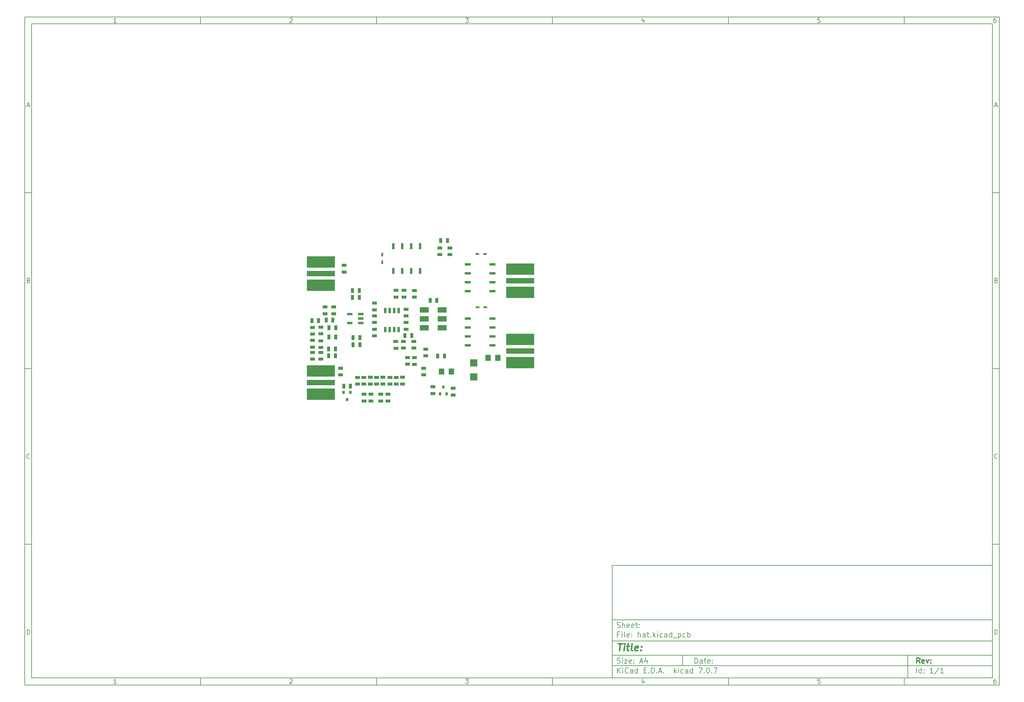
<source format=gtp>
%TF.GenerationSoftware,KiCad,Pcbnew,7.0.7*%
%TF.CreationDate,2023-12-26T13:29:34+01:00*%
%TF.ProjectId,hat,6861742e-6b69-4636-9164-5f7063625858,rev?*%
%TF.SameCoordinates,Original*%
%TF.FileFunction,Paste,Top*%
%TF.FilePolarity,Positive*%
%FSLAX46Y46*%
G04 Gerber Fmt 4.6, Leading zero omitted, Abs format (unit mm)*
G04 Created by KiCad (PCBNEW 7.0.7) date 2023-12-26 13:29:34*
%MOMM*%
%LPD*%
G01*
G04 APERTURE LIST*
%ADD10C,0.100000*%
%ADD11C,0.150000*%
%ADD12C,0.300000*%
%ADD13C,0.400000*%
%ADD14R,0.889000X1.397000*%
%ADD15R,1.397000X0.889000*%
%ADD16R,0.800000X0.900000*%
%ADD17R,8.000000X1.600000*%
%ADD18R,8.000000X3.300000*%
%ADD19R,2.100000X2.000000*%
%ADD20R,1.650000X0.760000*%
%ADD21R,0.599440X1.000760*%
%ADD22R,1.600000X1.800000*%
%ADD23R,1.000760X0.599440*%
%ADD24R,0.650000X1.528000*%
%ADD25R,2.540000X1.650000*%
%ADD26R,1.800000X0.800000*%
%ADD27R,0.800000X1.800000*%
G04 APERTURE END LIST*
D10*
D11*
X177002200Y-166007200D02*
X285002200Y-166007200D01*
X285002200Y-198007200D01*
X177002200Y-198007200D01*
X177002200Y-166007200D01*
D10*
D11*
X10000000Y-10000000D02*
X287002200Y-10000000D01*
X287002200Y-200007200D01*
X10000000Y-200007200D01*
X10000000Y-10000000D01*
D10*
D11*
X12000000Y-12000000D02*
X285002200Y-12000000D01*
X285002200Y-198007200D01*
X12000000Y-198007200D01*
X12000000Y-12000000D01*
D10*
D11*
X60000000Y-12000000D02*
X60000000Y-10000000D01*
D10*
D11*
X110000000Y-12000000D02*
X110000000Y-10000000D01*
D10*
D11*
X160000000Y-12000000D02*
X160000000Y-10000000D01*
D10*
D11*
X210000000Y-12000000D02*
X210000000Y-10000000D01*
D10*
D11*
X260000000Y-12000000D02*
X260000000Y-10000000D01*
D10*
D11*
X36089160Y-11593604D02*
X35346303Y-11593604D01*
X35717731Y-11593604D02*
X35717731Y-10293604D01*
X35717731Y-10293604D02*
X35593922Y-10479319D01*
X35593922Y-10479319D02*
X35470112Y-10603128D01*
X35470112Y-10603128D02*
X35346303Y-10665033D01*
D10*
D11*
X85346303Y-10417414D02*
X85408207Y-10355509D01*
X85408207Y-10355509D02*
X85532017Y-10293604D01*
X85532017Y-10293604D02*
X85841541Y-10293604D01*
X85841541Y-10293604D02*
X85965350Y-10355509D01*
X85965350Y-10355509D02*
X86027255Y-10417414D01*
X86027255Y-10417414D02*
X86089160Y-10541223D01*
X86089160Y-10541223D02*
X86089160Y-10665033D01*
X86089160Y-10665033D02*
X86027255Y-10850747D01*
X86027255Y-10850747D02*
X85284398Y-11593604D01*
X85284398Y-11593604D02*
X86089160Y-11593604D01*
D10*
D11*
X135284398Y-10293604D02*
X136089160Y-10293604D01*
X136089160Y-10293604D02*
X135655826Y-10788842D01*
X135655826Y-10788842D02*
X135841541Y-10788842D01*
X135841541Y-10788842D02*
X135965350Y-10850747D01*
X135965350Y-10850747D02*
X136027255Y-10912652D01*
X136027255Y-10912652D02*
X136089160Y-11036461D01*
X136089160Y-11036461D02*
X136089160Y-11345985D01*
X136089160Y-11345985D02*
X136027255Y-11469795D01*
X136027255Y-11469795D02*
X135965350Y-11531700D01*
X135965350Y-11531700D02*
X135841541Y-11593604D01*
X135841541Y-11593604D02*
X135470112Y-11593604D01*
X135470112Y-11593604D02*
X135346303Y-11531700D01*
X135346303Y-11531700D02*
X135284398Y-11469795D01*
D10*
D11*
X185965350Y-10726938D02*
X185965350Y-11593604D01*
X185655826Y-10231700D02*
X185346303Y-11160271D01*
X185346303Y-11160271D02*
X186151064Y-11160271D01*
D10*
D11*
X236027255Y-10293604D02*
X235408207Y-10293604D01*
X235408207Y-10293604D02*
X235346303Y-10912652D01*
X235346303Y-10912652D02*
X235408207Y-10850747D01*
X235408207Y-10850747D02*
X235532017Y-10788842D01*
X235532017Y-10788842D02*
X235841541Y-10788842D01*
X235841541Y-10788842D02*
X235965350Y-10850747D01*
X235965350Y-10850747D02*
X236027255Y-10912652D01*
X236027255Y-10912652D02*
X236089160Y-11036461D01*
X236089160Y-11036461D02*
X236089160Y-11345985D01*
X236089160Y-11345985D02*
X236027255Y-11469795D01*
X236027255Y-11469795D02*
X235965350Y-11531700D01*
X235965350Y-11531700D02*
X235841541Y-11593604D01*
X235841541Y-11593604D02*
X235532017Y-11593604D01*
X235532017Y-11593604D02*
X235408207Y-11531700D01*
X235408207Y-11531700D02*
X235346303Y-11469795D01*
D10*
D11*
X285965350Y-10293604D02*
X285717731Y-10293604D01*
X285717731Y-10293604D02*
X285593922Y-10355509D01*
X285593922Y-10355509D02*
X285532017Y-10417414D01*
X285532017Y-10417414D02*
X285408207Y-10603128D01*
X285408207Y-10603128D02*
X285346303Y-10850747D01*
X285346303Y-10850747D02*
X285346303Y-11345985D01*
X285346303Y-11345985D02*
X285408207Y-11469795D01*
X285408207Y-11469795D02*
X285470112Y-11531700D01*
X285470112Y-11531700D02*
X285593922Y-11593604D01*
X285593922Y-11593604D02*
X285841541Y-11593604D01*
X285841541Y-11593604D02*
X285965350Y-11531700D01*
X285965350Y-11531700D02*
X286027255Y-11469795D01*
X286027255Y-11469795D02*
X286089160Y-11345985D01*
X286089160Y-11345985D02*
X286089160Y-11036461D01*
X286089160Y-11036461D02*
X286027255Y-10912652D01*
X286027255Y-10912652D02*
X285965350Y-10850747D01*
X285965350Y-10850747D02*
X285841541Y-10788842D01*
X285841541Y-10788842D02*
X285593922Y-10788842D01*
X285593922Y-10788842D02*
X285470112Y-10850747D01*
X285470112Y-10850747D02*
X285408207Y-10912652D01*
X285408207Y-10912652D02*
X285346303Y-11036461D01*
D10*
D11*
X60000000Y-198007200D02*
X60000000Y-200007200D01*
D10*
D11*
X110000000Y-198007200D02*
X110000000Y-200007200D01*
D10*
D11*
X160000000Y-198007200D02*
X160000000Y-200007200D01*
D10*
D11*
X210000000Y-198007200D02*
X210000000Y-200007200D01*
D10*
D11*
X260000000Y-198007200D02*
X260000000Y-200007200D01*
D10*
D11*
X36089160Y-199600804D02*
X35346303Y-199600804D01*
X35717731Y-199600804D02*
X35717731Y-198300804D01*
X35717731Y-198300804D02*
X35593922Y-198486519D01*
X35593922Y-198486519D02*
X35470112Y-198610328D01*
X35470112Y-198610328D02*
X35346303Y-198672233D01*
D10*
D11*
X85346303Y-198424614D02*
X85408207Y-198362709D01*
X85408207Y-198362709D02*
X85532017Y-198300804D01*
X85532017Y-198300804D02*
X85841541Y-198300804D01*
X85841541Y-198300804D02*
X85965350Y-198362709D01*
X85965350Y-198362709D02*
X86027255Y-198424614D01*
X86027255Y-198424614D02*
X86089160Y-198548423D01*
X86089160Y-198548423D02*
X86089160Y-198672233D01*
X86089160Y-198672233D02*
X86027255Y-198857947D01*
X86027255Y-198857947D02*
X85284398Y-199600804D01*
X85284398Y-199600804D02*
X86089160Y-199600804D01*
D10*
D11*
X135284398Y-198300804D02*
X136089160Y-198300804D01*
X136089160Y-198300804D02*
X135655826Y-198796042D01*
X135655826Y-198796042D02*
X135841541Y-198796042D01*
X135841541Y-198796042D02*
X135965350Y-198857947D01*
X135965350Y-198857947D02*
X136027255Y-198919852D01*
X136027255Y-198919852D02*
X136089160Y-199043661D01*
X136089160Y-199043661D02*
X136089160Y-199353185D01*
X136089160Y-199353185D02*
X136027255Y-199476995D01*
X136027255Y-199476995D02*
X135965350Y-199538900D01*
X135965350Y-199538900D02*
X135841541Y-199600804D01*
X135841541Y-199600804D02*
X135470112Y-199600804D01*
X135470112Y-199600804D02*
X135346303Y-199538900D01*
X135346303Y-199538900D02*
X135284398Y-199476995D01*
D10*
D11*
X185965350Y-198734138D02*
X185965350Y-199600804D01*
X185655826Y-198238900D02*
X185346303Y-199167471D01*
X185346303Y-199167471D02*
X186151064Y-199167471D01*
D10*
D11*
X236027255Y-198300804D02*
X235408207Y-198300804D01*
X235408207Y-198300804D02*
X235346303Y-198919852D01*
X235346303Y-198919852D02*
X235408207Y-198857947D01*
X235408207Y-198857947D02*
X235532017Y-198796042D01*
X235532017Y-198796042D02*
X235841541Y-198796042D01*
X235841541Y-198796042D02*
X235965350Y-198857947D01*
X235965350Y-198857947D02*
X236027255Y-198919852D01*
X236027255Y-198919852D02*
X236089160Y-199043661D01*
X236089160Y-199043661D02*
X236089160Y-199353185D01*
X236089160Y-199353185D02*
X236027255Y-199476995D01*
X236027255Y-199476995D02*
X235965350Y-199538900D01*
X235965350Y-199538900D02*
X235841541Y-199600804D01*
X235841541Y-199600804D02*
X235532017Y-199600804D01*
X235532017Y-199600804D02*
X235408207Y-199538900D01*
X235408207Y-199538900D02*
X235346303Y-199476995D01*
D10*
D11*
X285965350Y-198300804D02*
X285717731Y-198300804D01*
X285717731Y-198300804D02*
X285593922Y-198362709D01*
X285593922Y-198362709D02*
X285532017Y-198424614D01*
X285532017Y-198424614D02*
X285408207Y-198610328D01*
X285408207Y-198610328D02*
X285346303Y-198857947D01*
X285346303Y-198857947D02*
X285346303Y-199353185D01*
X285346303Y-199353185D02*
X285408207Y-199476995D01*
X285408207Y-199476995D02*
X285470112Y-199538900D01*
X285470112Y-199538900D02*
X285593922Y-199600804D01*
X285593922Y-199600804D02*
X285841541Y-199600804D01*
X285841541Y-199600804D02*
X285965350Y-199538900D01*
X285965350Y-199538900D02*
X286027255Y-199476995D01*
X286027255Y-199476995D02*
X286089160Y-199353185D01*
X286089160Y-199353185D02*
X286089160Y-199043661D01*
X286089160Y-199043661D02*
X286027255Y-198919852D01*
X286027255Y-198919852D02*
X285965350Y-198857947D01*
X285965350Y-198857947D02*
X285841541Y-198796042D01*
X285841541Y-198796042D02*
X285593922Y-198796042D01*
X285593922Y-198796042D02*
X285470112Y-198857947D01*
X285470112Y-198857947D02*
X285408207Y-198919852D01*
X285408207Y-198919852D02*
X285346303Y-199043661D01*
D10*
D11*
X10000000Y-60000000D02*
X12000000Y-60000000D01*
D10*
D11*
X10000000Y-110000000D02*
X12000000Y-110000000D01*
D10*
D11*
X10000000Y-160000000D02*
X12000000Y-160000000D01*
D10*
D11*
X10690476Y-35222176D02*
X11309523Y-35222176D01*
X10566666Y-35593604D02*
X10999999Y-34293604D01*
X10999999Y-34293604D02*
X11433333Y-35593604D01*
D10*
D11*
X11092857Y-84912652D02*
X11278571Y-84974557D01*
X11278571Y-84974557D02*
X11340476Y-85036461D01*
X11340476Y-85036461D02*
X11402380Y-85160271D01*
X11402380Y-85160271D02*
X11402380Y-85345985D01*
X11402380Y-85345985D02*
X11340476Y-85469795D01*
X11340476Y-85469795D02*
X11278571Y-85531700D01*
X11278571Y-85531700D02*
X11154761Y-85593604D01*
X11154761Y-85593604D02*
X10659523Y-85593604D01*
X10659523Y-85593604D02*
X10659523Y-84293604D01*
X10659523Y-84293604D02*
X11092857Y-84293604D01*
X11092857Y-84293604D02*
X11216666Y-84355509D01*
X11216666Y-84355509D02*
X11278571Y-84417414D01*
X11278571Y-84417414D02*
X11340476Y-84541223D01*
X11340476Y-84541223D02*
X11340476Y-84665033D01*
X11340476Y-84665033D02*
X11278571Y-84788842D01*
X11278571Y-84788842D02*
X11216666Y-84850747D01*
X11216666Y-84850747D02*
X11092857Y-84912652D01*
X11092857Y-84912652D02*
X10659523Y-84912652D01*
D10*
D11*
X11402380Y-135469795D02*
X11340476Y-135531700D01*
X11340476Y-135531700D02*
X11154761Y-135593604D01*
X11154761Y-135593604D02*
X11030952Y-135593604D01*
X11030952Y-135593604D02*
X10845238Y-135531700D01*
X10845238Y-135531700D02*
X10721428Y-135407890D01*
X10721428Y-135407890D02*
X10659523Y-135284080D01*
X10659523Y-135284080D02*
X10597619Y-135036461D01*
X10597619Y-135036461D02*
X10597619Y-134850747D01*
X10597619Y-134850747D02*
X10659523Y-134603128D01*
X10659523Y-134603128D02*
X10721428Y-134479319D01*
X10721428Y-134479319D02*
X10845238Y-134355509D01*
X10845238Y-134355509D02*
X11030952Y-134293604D01*
X11030952Y-134293604D02*
X11154761Y-134293604D01*
X11154761Y-134293604D02*
X11340476Y-134355509D01*
X11340476Y-134355509D02*
X11402380Y-134417414D01*
D10*
D11*
X10659523Y-185593604D02*
X10659523Y-184293604D01*
X10659523Y-184293604D02*
X10969047Y-184293604D01*
X10969047Y-184293604D02*
X11154761Y-184355509D01*
X11154761Y-184355509D02*
X11278571Y-184479319D01*
X11278571Y-184479319D02*
X11340476Y-184603128D01*
X11340476Y-184603128D02*
X11402380Y-184850747D01*
X11402380Y-184850747D02*
X11402380Y-185036461D01*
X11402380Y-185036461D02*
X11340476Y-185284080D01*
X11340476Y-185284080D02*
X11278571Y-185407890D01*
X11278571Y-185407890D02*
X11154761Y-185531700D01*
X11154761Y-185531700D02*
X10969047Y-185593604D01*
X10969047Y-185593604D02*
X10659523Y-185593604D01*
D10*
D11*
X287002200Y-60000000D02*
X285002200Y-60000000D01*
D10*
D11*
X287002200Y-110000000D02*
X285002200Y-110000000D01*
D10*
D11*
X287002200Y-160000000D02*
X285002200Y-160000000D01*
D10*
D11*
X285692676Y-35222176D02*
X286311723Y-35222176D01*
X285568866Y-35593604D02*
X286002199Y-34293604D01*
X286002199Y-34293604D02*
X286435533Y-35593604D01*
D10*
D11*
X286095057Y-84912652D02*
X286280771Y-84974557D01*
X286280771Y-84974557D02*
X286342676Y-85036461D01*
X286342676Y-85036461D02*
X286404580Y-85160271D01*
X286404580Y-85160271D02*
X286404580Y-85345985D01*
X286404580Y-85345985D02*
X286342676Y-85469795D01*
X286342676Y-85469795D02*
X286280771Y-85531700D01*
X286280771Y-85531700D02*
X286156961Y-85593604D01*
X286156961Y-85593604D02*
X285661723Y-85593604D01*
X285661723Y-85593604D02*
X285661723Y-84293604D01*
X285661723Y-84293604D02*
X286095057Y-84293604D01*
X286095057Y-84293604D02*
X286218866Y-84355509D01*
X286218866Y-84355509D02*
X286280771Y-84417414D01*
X286280771Y-84417414D02*
X286342676Y-84541223D01*
X286342676Y-84541223D02*
X286342676Y-84665033D01*
X286342676Y-84665033D02*
X286280771Y-84788842D01*
X286280771Y-84788842D02*
X286218866Y-84850747D01*
X286218866Y-84850747D02*
X286095057Y-84912652D01*
X286095057Y-84912652D02*
X285661723Y-84912652D01*
D10*
D11*
X286404580Y-135469795D02*
X286342676Y-135531700D01*
X286342676Y-135531700D02*
X286156961Y-135593604D01*
X286156961Y-135593604D02*
X286033152Y-135593604D01*
X286033152Y-135593604D02*
X285847438Y-135531700D01*
X285847438Y-135531700D02*
X285723628Y-135407890D01*
X285723628Y-135407890D02*
X285661723Y-135284080D01*
X285661723Y-135284080D02*
X285599819Y-135036461D01*
X285599819Y-135036461D02*
X285599819Y-134850747D01*
X285599819Y-134850747D02*
X285661723Y-134603128D01*
X285661723Y-134603128D02*
X285723628Y-134479319D01*
X285723628Y-134479319D02*
X285847438Y-134355509D01*
X285847438Y-134355509D02*
X286033152Y-134293604D01*
X286033152Y-134293604D02*
X286156961Y-134293604D01*
X286156961Y-134293604D02*
X286342676Y-134355509D01*
X286342676Y-134355509D02*
X286404580Y-134417414D01*
D10*
D11*
X285661723Y-185593604D02*
X285661723Y-184293604D01*
X285661723Y-184293604D02*
X285971247Y-184293604D01*
X285971247Y-184293604D02*
X286156961Y-184355509D01*
X286156961Y-184355509D02*
X286280771Y-184479319D01*
X286280771Y-184479319D02*
X286342676Y-184603128D01*
X286342676Y-184603128D02*
X286404580Y-184850747D01*
X286404580Y-184850747D02*
X286404580Y-185036461D01*
X286404580Y-185036461D02*
X286342676Y-185284080D01*
X286342676Y-185284080D02*
X286280771Y-185407890D01*
X286280771Y-185407890D02*
X286156961Y-185531700D01*
X286156961Y-185531700D02*
X285971247Y-185593604D01*
X285971247Y-185593604D02*
X285661723Y-185593604D01*
D10*
D11*
X200458026Y-193793328D02*
X200458026Y-192293328D01*
X200458026Y-192293328D02*
X200815169Y-192293328D01*
X200815169Y-192293328D02*
X201029455Y-192364757D01*
X201029455Y-192364757D02*
X201172312Y-192507614D01*
X201172312Y-192507614D02*
X201243741Y-192650471D01*
X201243741Y-192650471D02*
X201315169Y-192936185D01*
X201315169Y-192936185D02*
X201315169Y-193150471D01*
X201315169Y-193150471D02*
X201243741Y-193436185D01*
X201243741Y-193436185D02*
X201172312Y-193579042D01*
X201172312Y-193579042D02*
X201029455Y-193721900D01*
X201029455Y-193721900D02*
X200815169Y-193793328D01*
X200815169Y-193793328D02*
X200458026Y-193793328D01*
X202600884Y-193793328D02*
X202600884Y-193007614D01*
X202600884Y-193007614D02*
X202529455Y-192864757D01*
X202529455Y-192864757D02*
X202386598Y-192793328D01*
X202386598Y-192793328D02*
X202100884Y-192793328D01*
X202100884Y-192793328D02*
X201958026Y-192864757D01*
X202600884Y-193721900D02*
X202458026Y-193793328D01*
X202458026Y-193793328D02*
X202100884Y-193793328D01*
X202100884Y-193793328D02*
X201958026Y-193721900D01*
X201958026Y-193721900D02*
X201886598Y-193579042D01*
X201886598Y-193579042D02*
X201886598Y-193436185D01*
X201886598Y-193436185D02*
X201958026Y-193293328D01*
X201958026Y-193293328D02*
X202100884Y-193221900D01*
X202100884Y-193221900D02*
X202458026Y-193221900D01*
X202458026Y-193221900D02*
X202600884Y-193150471D01*
X203100884Y-192793328D02*
X203672312Y-192793328D01*
X203315169Y-192293328D02*
X203315169Y-193579042D01*
X203315169Y-193579042D02*
X203386598Y-193721900D01*
X203386598Y-193721900D02*
X203529455Y-193793328D01*
X203529455Y-193793328D02*
X203672312Y-193793328D01*
X204743741Y-193721900D02*
X204600884Y-193793328D01*
X204600884Y-193793328D02*
X204315170Y-193793328D01*
X204315170Y-193793328D02*
X204172312Y-193721900D01*
X204172312Y-193721900D02*
X204100884Y-193579042D01*
X204100884Y-193579042D02*
X204100884Y-193007614D01*
X204100884Y-193007614D02*
X204172312Y-192864757D01*
X204172312Y-192864757D02*
X204315170Y-192793328D01*
X204315170Y-192793328D02*
X204600884Y-192793328D01*
X204600884Y-192793328D02*
X204743741Y-192864757D01*
X204743741Y-192864757D02*
X204815170Y-193007614D01*
X204815170Y-193007614D02*
X204815170Y-193150471D01*
X204815170Y-193150471D02*
X204100884Y-193293328D01*
X205458026Y-193650471D02*
X205529455Y-193721900D01*
X205529455Y-193721900D02*
X205458026Y-193793328D01*
X205458026Y-193793328D02*
X205386598Y-193721900D01*
X205386598Y-193721900D02*
X205458026Y-193650471D01*
X205458026Y-193650471D02*
X205458026Y-193793328D01*
X205458026Y-192864757D02*
X205529455Y-192936185D01*
X205529455Y-192936185D02*
X205458026Y-193007614D01*
X205458026Y-193007614D02*
X205386598Y-192936185D01*
X205386598Y-192936185D02*
X205458026Y-192864757D01*
X205458026Y-192864757D02*
X205458026Y-193007614D01*
D10*
D11*
X177002200Y-194507200D02*
X285002200Y-194507200D01*
D10*
D11*
X178458026Y-196593328D02*
X178458026Y-195093328D01*
X179315169Y-196593328D02*
X178672312Y-195736185D01*
X179315169Y-195093328D02*
X178458026Y-195950471D01*
X179958026Y-196593328D02*
X179958026Y-195593328D01*
X179958026Y-195093328D02*
X179886598Y-195164757D01*
X179886598Y-195164757D02*
X179958026Y-195236185D01*
X179958026Y-195236185D02*
X180029455Y-195164757D01*
X180029455Y-195164757D02*
X179958026Y-195093328D01*
X179958026Y-195093328D02*
X179958026Y-195236185D01*
X181529455Y-196450471D02*
X181458027Y-196521900D01*
X181458027Y-196521900D02*
X181243741Y-196593328D01*
X181243741Y-196593328D02*
X181100884Y-196593328D01*
X181100884Y-196593328D02*
X180886598Y-196521900D01*
X180886598Y-196521900D02*
X180743741Y-196379042D01*
X180743741Y-196379042D02*
X180672312Y-196236185D01*
X180672312Y-196236185D02*
X180600884Y-195950471D01*
X180600884Y-195950471D02*
X180600884Y-195736185D01*
X180600884Y-195736185D02*
X180672312Y-195450471D01*
X180672312Y-195450471D02*
X180743741Y-195307614D01*
X180743741Y-195307614D02*
X180886598Y-195164757D01*
X180886598Y-195164757D02*
X181100884Y-195093328D01*
X181100884Y-195093328D02*
X181243741Y-195093328D01*
X181243741Y-195093328D02*
X181458027Y-195164757D01*
X181458027Y-195164757D02*
X181529455Y-195236185D01*
X182815170Y-196593328D02*
X182815170Y-195807614D01*
X182815170Y-195807614D02*
X182743741Y-195664757D01*
X182743741Y-195664757D02*
X182600884Y-195593328D01*
X182600884Y-195593328D02*
X182315170Y-195593328D01*
X182315170Y-195593328D02*
X182172312Y-195664757D01*
X182815170Y-196521900D02*
X182672312Y-196593328D01*
X182672312Y-196593328D02*
X182315170Y-196593328D01*
X182315170Y-196593328D02*
X182172312Y-196521900D01*
X182172312Y-196521900D02*
X182100884Y-196379042D01*
X182100884Y-196379042D02*
X182100884Y-196236185D01*
X182100884Y-196236185D02*
X182172312Y-196093328D01*
X182172312Y-196093328D02*
X182315170Y-196021900D01*
X182315170Y-196021900D02*
X182672312Y-196021900D01*
X182672312Y-196021900D02*
X182815170Y-195950471D01*
X184172313Y-196593328D02*
X184172313Y-195093328D01*
X184172313Y-196521900D02*
X184029455Y-196593328D01*
X184029455Y-196593328D02*
X183743741Y-196593328D01*
X183743741Y-196593328D02*
X183600884Y-196521900D01*
X183600884Y-196521900D02*
X183529455Y-196450471D01*
X183529455Y-196450471D02*
X183458027Y-196307614D01*
X183458027Y-196307614D02*
X183458027Y-195879042D01*
X183458027Y-195879042D02*
X183529455Y-195736185D01*
X183529455Y-195736185D02*
X183600884Y-195664757D01*
X183600884Y-195664757D02*
X183743741Y-195593328D01*
X183743741Y-195593328D02*
X184029455Y-195593328D01*
X184029455Y-195593328D02*
X184172313Y-195664757D01*
X186029455Y-195807614D02*
X186529455Y-195807614D01*
X186743741Y-196593328D02*
X186029455Y-196593328D01*
X186029455Y-196593328D02*
X186029455Y-195093328D01*
X186029455Y-195093328D02*
X186743741Y-195093328D01*
X187386598Y-196450471D02*
X187458027Y-196521900D01*
X187458027Y-196521900D02*
X187386598Y-196593328D01*
X187386598Y-196593328D02*
X187315170Y-196521900D01*
X187315170Y-196521900D02*
X187386598Y-196450471D01*
X187386598Y-196450471D02*
X187386598Y-196593328D01*
X188100884Y-196593328D02*
X188100884Y-195093328D01*
X188100884Y-195093328D02*
X188458027Y-195093328D01*
X188458027Y-195093328D02*
X188672313Y-195164757D01*
X188672313Y-195164757D02*
X188815170Y-195307614D01*
X188815170Y-195307614D02*
X188886599Y-195450471D01*
X188886599Y-195450471D02*
X188958027Y-195736185D01*
X188958027Y-195736185D02*
X188958027Y-195950471D01*
X188958027Y-195950471D02*
X188886599Y-196236185D01*
X188886599Y-196236185D02*
X188815170Y-196379042D01*
X188815170Y-196379042D02*
X188672313Y-196521900D01*
X188672313Y-196521900D02*
X188458027Y-196593328D01*
X188458027Y-196593328D02*
X188100884Y-196593328D01*
X189600884Y-196450471D02*
X189672313Y-196521900D01*
X189672313Y-196521900D02*
X189600884Y-196593328D01*
X189600884Y-196593328D02*
X189529456Y-196521900D01*
X189529456Y-196521900D02*
X189600884Y-196450471D01*
X189600884Y-196450471D02*
X189600884Y-196593328D01*
X190243742Y-196164757D02*
X190958028Y-196164757D01*
X190100885Y-196593328D02*
X190600885Y-195093328D01*
X190600885Y-195093328D02*
X191100885Y-196593328D01*
X191600884Y-196450471D02*
X191672313Y-196521900D01*
X191672313Y-196521900D02*
X191600884Y-196593328D01*
X191600884Y-196593328D02*
X191529456Y-196521900D01*
X191529456Y-196521900D02*
X191600884Y-196450471D01*
X191600884Y-196450471D02*
X191600884Y-196593328D01*
X194600884Y-196593328D02*
X194600884Y-195093328D01*
X194743742Y-196021900D02*
X195172313Y-196593328D01*
X195172313Y-195593328D02*
X194600884Y-196164757D01*
X195815170Y-196593328D02*
X195815170Y-195593328D01*
X195815170Y-195093328D02*
X195743742Y-195164757D01*
X195743742Y-195164757D02*
X195815170Y-195236185D01*
X195815170Y-195236185D02*
X195886599Y-195164757D01*
X195886599Y-195164757D02*
X195815170Y-195093328D01*
X195815170Y-195093328D02*
X195815170Y-195236185D01*
X197172314Y-196521900D02*
X197029456Y-196593328D01*
X197029456Y-196593328D02*
X196743742Y-196593328D01*
X196743742Y-196593328D02*
X196600885Y-196521900D01*
X196600885Y-196521900D02*
X196529456Y-196450471D01*
X196529456Y-196450471D02*
X196458028Y-196307614D01*
X196458028Y-196307614D02*
X196458028Y-195879042D01*
X196458028Y-195879042D02*
X196529456Y-195736185D01*
X196529456Y-195736185D02*
X196600885Y-195664757D01*
X196600885Y-195664757D02*
X196743742Y-195593328D01*
X196743742Y-195593328D02*
X197029456Y-195593328D01*
X197029456Y-195593328D02*
X197172314Y-195664757D01*
X198458028Y-196593328D02*
X198458028Y-195807614D01*
X198458028Y-195807614D02*
X198386599Y-195664757D01*
X198386599Y-195664757D02*
X198243742Y-195593328D01*
X198243742Y-195593328D02*
X197958028Y-195593328D01*
X197958028Y-195593328D02*
X197815170Y-195664757D01*
X198458028Y-196521900D02*
X198315170Y-196593328D01*
X198315170Y-196593328D02*
X197958028Y-196593328D01*
X197958028Y-196593328D02*
X197815170Y-196521900D01*
X197815170Y-196521900D02*
X197743742Y-196379042D01*
X197743742Y-196379042D02*
X197743742Y-196236185D01*
X197743742Y-196236185D02*
X197815170Y-196093328D01*
X197815170Y-196093328D02*
X197958028Y-196021900D01*
X197958028Y-196021900D02*
X198315170Y-196021900D01*
X198315170Y-196021900D02*
X198458028Y-195950471D01*
X199815171Y-196593328D02*
X199815171Y-195093328D01*
X199815171Y-196521900D02*
X199672313Y-196593328D01*
X199672313Y-196593328D02*
X199386599Y-196593328D01*
X199386599Y-196593328D02*
X199243742Y-196521900D01*
X199243742Y-196521900D02*
X199172313Y-196450471D01*
X199172313Y-196450471D02*
X199100885Y-196307614D01*
X199100885Y-196307614D02*
X199100885Y-195879042D01*
X199100885Y-195879042D02*
X199172313Y-195736185D01*
X199172313Y-195736185D02*
X199243742Y-195664757D01*
X199243742Y-195664757D02*
X199386599Y-195593328D01*
X199386599Y-195593328D02*
X199672313Y-195593328D01*
X199672313Y-195593328D02*
X199815171Y-195664757D01*
X201529456Y-195093328D02*
X202529456Y-195093328D01*
X202529456Y-195093328D02*
X201886599Y-196593328D01*
X203100884Y-196450471D02*
X203172313Y-196521900D01*
X203172313Y-196521900D02*
X203100884Y-196593328D01*
X203100884Y-196593328D02*
X203029456Y-196521900D01*
X203029456Y-196521900D02*
X203100884Y-196450471D01*
X203100884Y-196450471D02*
X203100884Y-196593328D01*
X204100885Y-195093328D02*
X204243742Y-195093328D01*
X204243742Y-195093328D02*
X204386599Y-195164757D01*
X204386599Y-195164757D02*
X204458028Y-195236185D01*
X204458028Y-195236185D02*
X204529456Y-195379042D01*
X204529456Y-195379042D02*
X204600885Y-195664757D01*
X204600885Y-195664757D02*
X204600885Y-196021900D01*
X204600885Y-196021900D02*
X204529456Y-196307614D01*
X204529456Y-196307614D02*
X204458028Y-196450471D01*
X204458028Y-196450471D02*
X204386599Y-196521900D01*
X204386599Y-196521900D02*
X204243742Y-196593328D01*
X204243742Y-196593328D02*
X204100885Y-196593328D01*
X204100885Y-196593328D02*
X203958028Y-196521900D01*
X203958028Y-196521900D02*
X203886599Y-196450471D01*
X203886599Y-196450471D02*
X203815170Y-196307614D01*
X203815170Y-196307614D02*
X203743742Y-196021900D01*
X203743742Y-196021900D02*
X203743742Y-195664757D01*
X203743742Y-195664757D02*
X203815170Y-195379042D01*
X203815170Y-195379042D02*
X203886599Y-195236185D01*
X203886599Y-195236185D02*
X203958028Y-195164757D01*
X203958028Y-195164757D02*
X204100885Y-195093328D01*
X205243741Y-196450471D02*
X205315170Y-196521900D01*
X205315170Y-196521900D02*
X205243741Y-196593328D01*
X205243741Y-196593328D02*
X205172313Y-196521900D01*
X205172313Y-196521900D02*
X205243741Y-196450471D01*
X205243741Y-196450471D02*
X205243741Y-196593328D01*
X205815170Y-195093328D02*
X206815170Y-195093328D01*
X206815170Y-195093328D02*
X206172313Y-196593328D01*
D10*
D11*
X177002200Y-191507200D02*
X285002200Y-191507200D01*
D10*
D12*
X264413853Y-193785528D02*
X263913853Y-193071242D01*
X263556710Y-193785528D02*
X263556710Y-192285528D01*
X263556710Y-192285528D02*
X264128139Y-192285528D01*
X264128139Y-192285528D02*
X264270996Y-192356957D01*
X264270996Y-192356957D02*
X264342425Y-192428385D01*
X264342425Y-192428385D02*
X264413853Y-192571242D01*
X264413853Y-192571242D02*
X264413853Y-192785528D01*
X264413853Y-192785528D02*
X264342425Y-192928385D01*
X264342425Y-192928385D02*
X264270996Y-192999814D01*
X264270996Y-192999814D02*
X264128139Y-193071242D01*
X264128139Y-193071242D02*
X263556710Y-193071242D01*
X265628139Y-193714100D02*
X265485282Y-193785528D01*
X265485282Y-193785528D02*
X265199568Y-193785528D01*
X265199568Y-193785528D02*
X265056710Y-193714100D01*
X265056710Y-193714100D02*
X264985282Y-193571242D01*
X264985282Y-193571242D02*
X264985282Y-192999814D01*
X264985282Y-192999814D02*
X265056710Y-192856957D01*
X265056710Y-192856957D02*
X265199568Y-192785528D01*
X265199568Y-192785528D02*
X265485282Y-192785528D01*
X265485282Y-192785528D02*
X265628139Y-192856957D01*
X265628139Y-192856957D02*
X265699568Y-192999814D01*
X265699568Y-192999814D02*
X265699568Y-193142671D01*
X265699568Y-193142671D02*
X264985282Y-193285528D01*
X266199567Y-192785528D02*
X266556710Y-193785528D01*
X266556710Y-193785528D02*
X266913853Y-192785528D01*
X267485281Y-193642671D02*
X267556710Y-193714100D01*
X267556710Y-193714100D02*
X267485281Y-193785528D01*
X267485281Y-193785528D02*
X267413853Y-193714100D01*
X267413853Y-193714100D02*
X267485281Y-193642671D01*
X267485281Y-193642671D02*
X267485281Y-193785528D01*
X267485281Y-192856957D02*
X267556710Y-192928385D01*
X267556710Y-192928385D02*
X267485281Y-192999814D01*
X267485281Y-192999814D02*
X267413853Y-192928385D01*
X267413853Y-192928385D02*
X267485281Y-192856957D01*
X267485281Y-192856957D02*
X267485281Y-192999814D01*
D10*
D11*
X178386598Y-193721900D02*
X178600884Y-193793328D01*
X178600884Y-193793328D02*
X178958026Y-193793328D01*
X178958026Y-193793328D02*
X179100884Y-193721900D01*
X179100884Y-193721900D02*
X179172312Y-193650471D01*
X179172312Y-193650471D02*
X179243741Y-193507614D01*
X179243741Y-193507614D02*
X179243741Y-193364757D01*
X179243741Y-193364757D02*
X179172312Y-193221900D01*
X179172312Y-193221900D02*
X179100884Y-193150471D01*
X179100884Y-193150471D02*
X178958026Y-193079042D01*
X178958026Y-193079042D02*
X178672312Y-193007614D01*
X178672312Y-193007614D02*
X178529455Y-192936185D01*
X178529455Y-192936185D02*
X178458026Y-192864757D01*
X178458026Y-192864757D02*
X178386598Y-192721900D01*
X178386598Y-192721900D02*
X178386598Y-192579042D01*
X178386598Y-192579042D02*
X178458026Y-192436185D01*
X178458026Y-192436185D02*
X178529455Y-192364757D01*
X178529455Y-192364757D02*
X178672312Y-192293328D01*
X178672312Y-192293328D02*
X179029455Y-192293328D01*
X179029455Y-192293328D02*
X179243741Y-192364757D01*
X179886597Y-193793328D02*
X179886597Y-192793328D01*
X179886597Y-192293328D02*
X179815169Y-192364757D01*
X179815169Y-192364757D02*
X179886597Y-192436185D01*
X179886597Y-192436185D02*
X179958026Y-192364757D01*
X179958026Y-192364757D02*
X179886597Y-192293328D01*
X179886597Y-192293328D02*
X179886597Y-192436185D01*
X180458026Y-192793328D02*
X181243741Y-192793328D01*
X181243741Y-192793328D02*
X180458026Y-193793328D01*
X180458026Y-193793328D02*
X181243741Y-193793328D01*
X182386598Y-193721900D02*
X182243741Y-193793328D01*
X182243741Y-193793328D02*
X181958027Y-193793328D01*
X181958027Y-193793328D02*
X181815169Y-193721900D01*
X181815169Y-193721900D02*
X181743741Y-193579042D01*
X181743741Y-193579042D02*
X181743741Y-193007614D01*
X181743741Y-193007614D02*
X181815169Y-192864757D01*
X181815169Y-192864757D02*
X181958027Y-192793328D01*
X181958027Y-192793328D02*
X182243741Y-192793328D01*
X182243741Y-192793328D02*
X182386598Y-192864757D01*
X182386598Y-192864757D02*
X182458027Y-193007614D01*
X182458027Y-193007614D02*
X182458027Y-193150471D01*
X182458027Y-193150471D02*
X181743741Y-193293328D01*
X183100883Y-193650471D02*
X183172312Y-193721900D01*
X183172312Y-193721900D02*
X183100883Y-193793328D01*
X183100883Y-193793328D02*
X183029455Y-193721900D01*
X183029455Y-193721900D02*
X183100883Y-193650471D01*
X183100883Y-193650471D02*
X183100883Y-193793328D01*
X183100883Y-192864757D02*
X183172312Y-192936185D01*
X183172312Y-192936185D02*
X183100883Y-193007614D01*
X183100883Y-193007614D02*
X183029455Y-192936185D01*
X183029455Y-192936185D02*
X183100883Y-192864757D01*
X183100883Y-192864757D02*
X183100883Y-193007614D01*
X184886598Y-193364757D02*
X185600884Y-193364757D01*
X184743741Y-193793328D02*
X185243741Y-192293328D01*
X185243741Y-192293328D02*
X185743741Y-193793328D01*
X186886598Y-192793328D02*
X186886598Y-193793328D01*
X186529455Y-192221900D02*
X186172312Y-193293328D01*
X186172312Y-193293328D02*
X187100883Y-193293328D01*
D10*
D11*
X263458026Y-196593328D02*
X263458026Y-195093328D01*
X264815170Y-196593328D02*
X264815170Y-195093328D01*
X264815170Y-196521900D02*
X264672312Y-196593328D01*
X264672312Y-196593328D02*
X264386598Y-196593328D01*
X264386598Y-196593328D02*
X264243741Y-196521900D01*
X264243741Y-196521900D02*
X264172312Y-196450471D01*
X264172312Y-196450471D02*
X264100884Y-196307614D01*
X264100884Y-196307614D02*
X264100884Y-195879042D01*
X264100884Y-195879042D02*
X264172312Y-195736185D01*
X264172312Y-195736185D02*
X264243741Y-195664757D01*
X264243741Y-195664757D02*
X264386598Y-195593328D01*
X264386598Y-195593328D02*
X264672312Y-195593328D01*
X264672312Y-195593328D02*
X264815170Y-195664757D01*
X265529455Y-196450471D02*
X265600884Y-196521900D01*
X265600884Y-196521900D02*
X265529455Y-196593328D01*
X265529455Y-196593328D02*
X265458027Y-196521900D01*
X265458027Y-196521900D02*
X265529455Y-196450471D01*
X265529455Y-196450471D02*
X265529455Y-196593328D01*
X265529455Y-195664757D02*
X265600884Y-195736185D01*
X265600884Y-195736185D02*
X265529455Y-195807614D01*
X265529455Y-195807614D02*
X265458027Y-195736185D01*
X265458027Y-195736185D02*
X265529455Y-195664757D01*
X265529455Y-195664757D02*
X265529455Y-195807614D01*
X268172313Y-196593328D02*
X267315170Y-196593328D01*
X267743741Y-196593328D02*
X267743741Y-195093328D01*
X267743741Y-195093328D02*
X267600884Y-195307614D01*
X267600884Y-195307614D02*
X267458027Y-195450471D01*
X267458027Y-195450471D02*
X267315170Y-195521900D01*
X269886598Y-195021900D02*
X268600884Y-196950471D01*
X271172313Y-196593328D02*
X270315170Y-196593328D01*
X270743741Y-196593328D02*
X270743741Y-195093328D01*
X270743741Y-195093328D02*
X270600884Y-195307614D01*
X270600884Y-195307614D02*
X270458027Y-195450471D01*
X270458027Y-195450471D02*
X270315170Y-195521900D01*
D10*
D11*
X177002200Y-187507200D02*
X285002200Y-187507200D01*
D10*
D13*
X178693928Y-188211638D02*
X179836785Y-188211638D01*
X179015357Y-190211638D02*
X179265357Y-188211638D01*
X180253452Y-190211638D02*
X180420119Y-188878304D01*
X180503452Y-188211638D02*
X180396309Y-188306876D01*
X180396309Y-188306876D02*
X180479643Y-188402114D01*
X180479643Y-188402114D02*
X180586786Y-188306876D01*
X180586786Y-188306876D02*
X180503452Y-188211638D01*
X180503452Y-188211638D02*
X180479643Y-188402114D01*
X181086786Y-188878304D02*
X181848690Y-188878304D01*
X181455833Y-188211638D02*
X181241548Y-189925923D01*
X181241548Y-189925923D02*
X181312976Y-190116400D01*
X181312976Y-190116400D02*
X181491548Y-190211638D01*
X181491548Y-190211638D02*
X181682024Y-190211638D01*
X182634405Y-190211638D02*
X182455833Y-190116400D01*
X182455833Y-190116400D02*
X182384405Y-189925923D01*
X182384405Y-189925923D02*
X182598690Y-188211638D01*
X184170119Y-190116400D02*
X183967738Y-190211638D01*
X183967738Y-190211638D02*
X183586785Y-190211638D01*
X183586785Y-190211638D02*
X183408214Y-190116400D01*
X183408214Y-190116400D02*
X183336785Y-189925923D01*
X183336785Y-189925923D02*
X183432024Y-189164019D01*
X183432024Y-189164019D02*
X183551071Y-188973542D01*
X183551071Y-188973542D02*
X183753452Y-188878304D01*
X183753452Y-188878304D02*
X184134404Y-188878304D01*
X184134404Y-188878304D02*
X184312976Y-188973542D01*
X184312976Y-188973542D02*
X184384404Y-189164019D01*
X184384404Y-189164019D02*
X184360595Y-189354495D01*
X184360595Y-189354495D02*
X183384404Y-189544971D01*
X185134405Y-190021161D02*
X185217738Y-190116400D01*
X185217738Y-190116400D02*
X185110595Y-190211638D01*
X185110595Y-190211638D02*
X185027262Y-190116400D01*
X185027262Y-190116400D02*
X185134405Y-190021161D01*
X185134405Y-190021161D02*
X185110595Y-190211638D01*
X185265357Y-188973542D02*
X185348690Y-189068780D01*
X185348690Y-189068780D02*
X185241548Y-189164019D01*
X185241548Y-189164019D02*
X185158214Y-189068780D01*
X185158214Y-189068780D02*
X185265357Y-188973542D01*
X185265357Y-188973542D02*
X185241548Y-189164019D01*
D10*
D11*
X178958026Y-185607614D02*
X178458026Y-185607614D01*
X178458026Y-186393328D02*
X178458026Y-184893328D01*
X178458026Y-184893328D02*
X179172312Y-184893328D01*
X179743740Y-186393328D02*
X179743740Y-185393328D01*
X179743740Y-184893328D02*
X179672312Y-184964757D01*
X179672312Y-184964757D02*
X179743740Y-185036185D01*
X179743740Y-185036185D02*
X179815169Y-184964757D01*
X179815169Y-184964757D02*
X179743740Y-184893328D01*
X179743740Y-184893328D02*
X179743740Y-185036185D01*
X180672312Y-186393328D02*
X180529455Y-186321900D01*
X180529455Y-186321900D02*
X180458026Y-186179042D01*
X180458026Y-186179042D02*
X180458026Y-184893328D01*
X181815169Y-186321900D02*
X181672312Y-186393328D01*
X181672312Y-186393328D02*
X181386598Y-186393328D01*
X181386598Y-186393328D02*
X181243740Y-186321900D01*
X181243740Y-186321900D02*
X181172312Y-186179042D01*
X181172312Y-186179042D02*
X181172312Y-185607614D01*
X181172312Y-185607614D02*
X181243740Y-185464757D01*
X181243740Y-185464757D02*
X181386598Y-185393328D01*
X181386598Y-185393328D02*
X181672312Y-185393328D01*
X181672312Y-185393328D02*
X181815169Y-185464757D01*
X181815169Y-185464757D02*
X181886598Y-185607614D01*
X181886598Y-185607614D02*
X181886598Y-185750471D01*
X181886598Y-185750471D02*
X181172312Y-185893328D01*
X182529454Y-186250471D02*
X182600883Y-186321900D01*
X182600883Y-186321900D02*
X182529454Y-186393328D01*
X182529454Y-186393328D02*
X182458026Y-186321900D01*
X182458026Y-186321900D02*
X182529454Y-186250471D01*
X182529454Y-186250471D02*
X182529454Y-186393328D01*
X182529454Y-185464757D02*
X182600883Y-185536185D01*
X182600883Y-185536185D02*
X182529454Y-185607614D01*
X182529454Y-185607614D02*
X182458026Y-185536185D01*
X182458026Y-185536185D02*
X182529454Y-185464757D01*
X182529454Y-185464757D02*
X182529454Y-185607614D01*
X184386597Y-186393328D02*
X184386597Y-184893328D01*
X185029455Y-186393328D02*
X185029455Y-185607614D01*
X185029455Y-185607614D02*
X184958026Y-185464757D01*
X184958026Y-185464757D02*
X184815169Y-185393328D01*
X184815169Y-185393328D02*
X184600883Y-185393328D01*
X184600883Y-185393328D02*
X184458026Y-185464757D01*
X184458026Y-185464757D02*
X184386597Y-185536185D01*
X186386598Y-186393328D02*
X186386598Y-185607614D01*
X186386598Y-185607614D02*
X186315169Y-185464757D01*
X186315169Y-185464757D02*
X186172312Y-185393328D01*
X186172312Y-185393328D02*
X185886598Y-185393328D01*
X185886598Y-185393328D02*
X185743740Y-185464757D01*
X186386598Y-186321900D02*
X186243740Y-186393328D01*
X186243740Y-186393328D02*
X185886598Y-186393328D01*
X185886598Y-186393328D02*
X185743740Y-186321900D01*
X185743740Y-186321900D02*
X185672312Y-186179042D01*
X185672312Y-186179042D02*
X185672312Y-186036185D01*
X185672312Y-186036185D02*
X185743740Y-185893328D01*
X185743740Y-185893328D02*
X185886598Y-185821900D01*
X185886598Y-185821900D02*
X186243740Y-185821900D01*
X186243740Y-185821900D02*
X186386598Y-185750471D01*
X186886598Y-185393328D02*
X187458026Y-185393328D01*
X187100883Y-184893328D02*
X187100883Y-186179042D01*
X187100883Y-186179042D02*
X187172312Y-186321900D01*
X187172312Y-186321900D02*
X187315169Y-186393328D01*
X187315169Y-186393328D02*
X187458026Y-186393328D01*
X187958026Y-186250471D02*
X188029455Y-186321900D01*
X188029455Y-186321900D02*
X187958026Y-186393328D01*
X187958026Y-186393328D02*
X187886598Y-186321900D01*
X187886598Y-186321900D02*
X187958026Y-186250471D01*
X187958026Y-186250471D02*
X187958026Y-186393328D01*
X188672312Y-186393328D02*
X188672312Y-184893328D01*
X188815170Y-185821900D02*
X189243741Y-186393328D01*
X189243741Y-185393328D02*
X188672312Y-185964757D01*
X189886598Y-186393328D02*
X189886598Y-185393328D01*
X189886598Y-184893328D02*
X189815170Y-184964757D01*
X189815170Y-184964757D02*
X189886598Y-185036185D01*
X189886598Y-185036185D02*
X189958027Y-184964757D01*
X189958027Y-184964757D02*
X189886598Y-184893328D01*
X189886598Y-184893328D02*
X189886598Y-185036185D01*
X191243742Y-186321900D02*
X191100884Y-186393328D01*
X191100884Y-186393328D02*
X190815170Y-186393328D01*
X190815170Y-186393328D02*
X190672313Y-186321900D01*
X190672313Y-186321900D02*
X190600884Y-186250471D01*
X190600884Y-186250471D02*
X190529456Y-186107614D01*
X190529456Y-186107614D02*
X190529456Y-185679042D01*
X190529456Y-185679042D02*
X190600884Y-185536185D01*
X190600884Y-185536185D02*
X190672313Y-185464757D01*
X190672313Y-185464757D02*
X190815170Y-185393328D01*
X190815170Y-185393328D02*
X191100884Y-185393328D01*
X191100884Y-185393328D02*
X191243742Y-185464757D01*
X192529456Y-186393328D02*
X192529456Y-185607614D01*
X192529456Y-185607614D02*
X192458027Y-185464757D01*
X192458027Y-185464757D02*
X192315170Y-185393328D01*
X192315170Y-185393328D02*
X192029456Y-185393328D01*
X192029456Y-185393328D02*
X191886598Y-185464757D01*
X192529456Y-186321900D02*
X192386598Y-186393328D01*
X192386598Y-186393328D02*
X192029456Y-186393328D01*
X192029456Y-186393328D02*
X191886598Y-186321900D01*
X191886598Y-186321900D02*
X191815170Y-186179042D01*
X191815170Y-186179042D02*
X191815170Y-186036185D01*
X191815170Y-186036185D02*
X191886598Y-185893328D01*
X191886598Y-185893328D02*
X192029456Y-185821900D01*
X192029456Y-185821900D02*
X192386598Y-185821900D01*
X192386598Y-185821900D02*
X192529456Y-185750471D01*
X193886599Y-186393328D02*
X193886599Y-184893328D01*
X193886599Y-186321900D02*
X193743741Y-186393328D01*
X193743741Y-186393328D02*
X193458027Y-186393328D01*
X193458027Y-186393328D02*
X193315170Y-186321900D01*
X193315170Y-186321900D02*
X193243741Y-186250471D01*
X193243741Y-186250471D02*
X193172313Y-186107614D01*
X193172313Y-186107614D02*
X193172313Y-185679042D01*
X193172313Y-185679042D02*
X193243741Y-185536185D01*
X193243741Y-185536185D02*
X193315170Y-185464757D01*
X193315170Y-185464757D02*
X193458027Y-185393328D01*
X193458027Y-185393328D02*
X193743741Y-185393328D01*
X193743741Y-185393328D02*
X193886599Y-185464757D01*
X194243742Y-186536185D02*
X195386599Y-186536185D01*
X195743741Y-185393328D02*
X195743741Y-186893328D01*
X195743741Y-185464757D02*
X195886599Y-185393328D01*
X195886599Y-185393328D02*
X196172313Y-185393328D01*
X196172313Y-185393328D02*
X196315170Y-185464757D01*
X196315170Y-185464757D02*
X196386599Y-185536185D01*
X196386599Y-185536185D02*
X196458027Y-185679042D01*
X196458027Y-185679042D02*
X196458027Y-186107614D01*
X196458027Y-186107614D02*
X196386599Y-186250471D01*
X196386599Y-186250471D02*
X196315170Y-186321900D01*
X196315170Y-186321900D02*
X196172313Y-186393328D01*
X196172313Y-186393328D02*
X195886599Y-186393328D01*
X195886599Y-186393328D02*
X195743741Y-186321900D01*
X197743742Y-186321900D02*
X197600884Y-186393328D01*
X197600884Y-186393328D02*
X197315170Y-186393328D01*
X197315170Y-186393328D02*
X197172313Y-186321900D01*
X197172313Y-186321900D02*
X197100884Y-186250471D01*
X197100884Y-186250471D02*
X197029456Y-186107614D01*
X197029456Y-186107614D02*
X197029456Y-185679042D01*
X197029456Y-185679042D02*
X197100884Y-185536185D01*
X197100884Y-185536185D02*
X197172313Y-185464757D01*
X197172313Y-185464757D02*
X197315170Y-185393328D01*
X197315170Y-185393328D02*
X197600884Y-185393328D01*
X197600884Y-185393328D02*
X197743742Y-185464757D01*
X198386598Y-186393328D02*
X198386598Y-184893328D01*
X198386598Y-185464757D02*
X198529456Y-185393328D01*
X198529456Y-185393328D02*
X198815170Y-185393328D01*
X198815170Y-185393328D02*
X198958027Y-185464757D01*
X198958027Y-185464757D02*
X199029456Y-185536185D01*
X199029456Y-185536185D02*
X199100884Y-185679042D01*
X199100884Y-185679042D02*
X199100884Y-186107614D01*
X199100884Y-186107614D02*
X199029456Y-186250471D01*
X199029456Y-186250471D02*
X198958027Y-186321900D01*
X198958027Y-186321900D02*
X198815170Y-186393328D01*
X198815170Y-186393328D02*
X198529456Y-186393328D01*
X198529456Y-186393328D02*
X198386598Y-186321900D01*
D10*
D11*
X177002200Y-181507200D02*
X285002200Y-181507200D01*
D10*
D11*
X178386598Y-183621900D02*
X178600884Y-183693328D01*
X178600884Y-183693328D02*
X178958026Y-183693328D01*
X178958026Y-183693328D02*
X179100884Y-183621900D01*
X179100884Y-183621900D02*
X179172312Y-183550471D01*
X179172312Y-183550471D02*
X179243741Y-183407614D01*
X179243741Y-183407614D02*
X179243741Y-183264757D01*
X179243741Y-183264757D02*
X179172312Y-183121900D01*
X179172312Y-183121900D02*
X179100884Y-183050471D01*
X179100884Y-183050471D02*
X178958026Y-182979042D01*
X178958026Y-182979042D02*
X178672312Y-182907614D01*
X178672312Y-182907614D02*
X178529455Y-182836185D01*
X178529455Y-182836185D02*
X178458026Y-182764757D01*
X178458026Y-182764757D02*
X178386598Y-182621900D01*
X178386598Y-182621900D02*
X178386598Y-182479042D01*
X178386598Y-182479042D02*
X178458026Y-182336185D01*
X178458026Y-182336185D02*
X178529455Y-182264757D01*
X178529455Y-182264757D02*
X178672312Y-182193328D01*
X178672312Y-182193328D02*
X179029455Y-182193328D01*
X179029455Y-182193328D02*
X179243741Y-182264757D01*
X179886597Y-183693328D02*
X179886597Y-182193328D01*
X180529455Y-183693328D02*
X180529455Y-182907614D01*
X180529455Y-182907614D02*
X180458026Y-182764757D01*
X180458026Y-182764757D02*
X180315169Y-182693328D01*
X180315169Y-182693328D02*
X180100883Y-182693328D01*
X180100883Y-182693328D02*
X179958026Y-182764757D01*
X179958026Y-182764757D02*
X179886597Y-182836185D01*
X181815169Y-183621900D02*
X181672312Y-183693328D01*
X181672312Y-183693328D02*
X181386598Y-183693328D01*
X181386598Y-183693328D02*
X181243740Y-183621900D01*
X181243740Y-183621900D02*
X181172312Y-183479042D01*
X181172312Y-183479042D02*
X181172312Y-182907614D01*
X181172312Y-182907614D02*
X181243740Y-182764757D01*
X181243740Y-182764757D02*
X181386598Y-182693328D01*
X181386598Y-182693328D02*
X181672312Y-182693328D01*
X181672312Y-182693328D02*
X181815169Y-182764757D01*
X181815169Y-182764757D02*
X181886598Y-182907614D01*
X181886598Y-182907614D02*
X181886598Y-183050471D01*
X181886598Y-183050471D02*
X181172312Y-183193328D01*
X183100883Y-183621900D02*
X182958026Y-183693328D01*
X182958026Y-183693328D02*
X182672312Y-183693328D01*
X182672312Y-183693328D02*
X182529454Y-183621900D01*
X182529454Y-183621900D02*
X182458026Y-183479042D01*
X182458026Y-183479042D02*
X182458026Y-182907614D01*
X182458026Y-182907614D02*
X182529454Y-182764757D01*
X182529454Y-182764757D02*
X182672312Y-182693328D01*
X182672312Y-182693328D02*
X182958026Y-182693328D01*
X182958026Y-182693328D02*
X183100883Y-182764757D01*
X183100883Y-182764757D02*
X183172312Y-182907614D01*
X183172312Y-182907614D02*
X183172312Y-183050471D01*
X183172312Y-183050471D02*
X182458026Y-183193328D01*
X183600883Y-182693328D02*
X184172311Y-182693328D01*
X183815168Y-182193328D02*
X183815168Y-183479042D01*
X183815168Y-183479042D02*
X183886597Y-183621900D01*
X183886597Y-183621900D02*
X184029454Y-183693328D01*
X184029454Y-183693328D02*
X184172311Y-183693328D01*
X184672311Y-183550471D02*
X184743740Y-183621900D01*
X184743740Y-183621900D02*
X184672311Y-183693328D01*
X184672311Y-183693328D02*
X184600883Y-183621900D01*
X184600883Y-183621900D02*
X184672311Y-183550471D01*
X184672311Y-183550471D02*
X184672311Y-183693328D01*
X184672311Y-182764757D02*
X184743740Y-182836185D01*
X184743740Y-182836185D02*
X184672311Y-182907614D01*
X184672311Y-182907614D02*
X184600883Y-182836185D01*
X184600883Y-182836185D02*
X184672311Y-182764757D01*
X184672311Y-182764757D02*
X184672311Y-182907614D01*
D10*
D12*
D10*
D11*
D10*
D11*
D10*
D11*
D10*
D11*
D10*
D11*
X197002200Y-191507200D02*
X197002200Y-194507200D01*
D10*
D11*
X261002200Y-191507200D02*
X261002200Y-198007200D01*
D14*
%TO.C,C312*%
X127155000Y-90617500D03*
X125250000Y-90617500D03*
%TD*%
D15*
%TO.C,C103*%
X123400000Y-109915000D03*
X123400000Y-111820000D03*
%TD*%
%TO.C,C201*%
X113800000Y-114424000D03*
X113800000Y-112519000D03*
%TD*%
%TO.C,C202*%
X117400000Y-114400000D03*
X117400000Y-112495000D03*
%TD*%
%TO.C,C203*%
X110000000Y-114424000D03*
X110000000Y-112519000D03*
%TD*%
%TO.C,C204*%
X104600000Y-114424000D03*
X104600000Y-112519000D03*
%TD*%
D16*
%TO.C,Q201*%
X128050000Y-117247500D03*
X129950000Y-117247500D03*
X129000000Y-115247500D03*
%TD*%
%TO.C,Q202*%
X102550000Y-116800000D03*
X100650000Y-116800000D03*
X101600000Y-118800000D03*
%TD*%
D15*
%TO.C,R201*%
X111800000Y-114400000D03*
X111800000Y-112495000D03*
%TD*%
%TO.C,R202*%
X115600000Y-114424000D03*
X115600000Y-112519000D03*
%TD*%
%TO.C,R203*%
X113200000Y-117295000D03*
X113200000Y-119200000D03*
%TD*%
%TO.C,R204*%
X111200000Y-117295000D03*
X111200000Y-119200000D03*
%TD*%
%TO.C,R209*%
X131800000Y-117514500D03*
X131800000Y-115609500D03*
%TD*%
%TO.C,R205*%
X108200000Y-114400000D03*
X108200000Y-112495000D03*
%TD*%
%TO.C,R206*%
X106400000Y-114424000D03*
X106400000Y-112519000D03*
%TD*%
D14*
%TO.C,R210*%
X100685500Y-115000000D03*
X102590500Y-115000000D03*
%TD*%
D15*
%TO.C,R207*%
X106500000Y-117309500D03*
X106500000Y-119214500D03*
%TD*%
%TO.C,R208*%
X108400000Y-117295000D03*
X108400000Y-119200000D03*
%TD*%
D17*
%TO.C,RF304*%
X94140000Y-114000000D03*
D18*
X94140000Y-117300000D03*
X94140000Y-110700000D03*
X94140000Y-110700000D03*
%TD*%
D19*
%TO.C,D101*%
X137600000Y-112400000D03*
X137600000Y-108440000D03*
%TD*%
D15*
%TO.C,C310*%
X99800000Y-109895000D03*
X99800000Y-111800000D03*
%TD*%
%TO.C,R313*%
X97800000Y-92495000D03*
X97800000Y-94400000D03*
%TD*%
%TO.C,R312*%
X95400000Y-92495000D03*
X95400000Y-94400000D03*
%TD*%
D14*
%TO.C,R308*%
X97600000Y-96200000D03*
X95695000Y-96200000D03*
%TD*%
D20*
%TO.C,T301*%
X105540000Y-94527500D03*
X105540000Y-95797500D03*
X105540000Y-97067500D03*
X102360000Y-97067500D03*
X102360000Y-94527500D03*
%TD*%
D15*
%TO.C,C101*%
X126000000Y-115200000D03*
X126000000Y-117105000D03*
%TD*%
D14*
%TO.C,C102*%
X127400000Y-106420000D03*
X129305000Y-106420000D03*
%TD*%
D21*
%TO.C,D301*%
X111590000Y-79799820D03*
X111590000Y-77600180D03*
%TD*%
D22*
%TO.C,F101*%
X131300000Y-110820000D03*
X128500000Y-110820000D03*
%TD*%
D15*
%TO.C,R301*%
X128000000Y-75695000D03*
X128000000Y-77600000D03*
%TD*%
%TO.C,L304*%
X91800000Y-100200000D03*
X91800000Y-98295000D03*
%TD*%
%TO.C,C317*%
X118400000Y-96895000D03*
X118400000Y-98800000D03*
%TD*%
%TO.C,R303*%
X130800000Y-75695000D03*
X130800000Y-77600000D03*
%TD*%
%TO.C,L303*%
X91800000Y-103905000D03*
X91800000Y-102000000D03*
%TD*%
D14*
%TO.C,C315*%
X96495000Y-101000000D03*
X98400000Y-101000000D03*
%TD*%
D15*
%TO.C,R311*%
X109400000Y-94997500D03*
X109400000Y-96902500D03*
%TD*%
%TO.C,C301*%
X100800000Y-80647500D03*
X100800000Y-82552500D03*
%TD*%
%TO.C,C306*%
X117800000Y-87755000D03*
X117800000Y-89660000D03*
%TD*%
D14*
%TO.C,C305*%
X105255000Y-103197500D03*
X103350000Y-103197500D03*
%TD*%
D23*
%TO.C,D303*%
X138750180Y-92587500D03*
X140949820Y-92587500D03*
%TD*%
D15*
%TO.C,L301*%
X124000000Y-106372500D03*
X124000000Y-104467500D03*
%TD*%
D14*
%TO.C,R305*%
X103350000Y-101197500D03*
X105255000Y-101197500D03*
%TD*%
D15*
%TO.C,C308*%
X94200000Y-104000000D03*
X94200000Y-102095000D03*
%TD*%
%TO.C,C303*%
X120800000Y-106915000D03*
X120800000Y-108820000D03*
%TD*%
%TO.C,L302*%
X91800000Y-107305000D03*
X91800000Y-105400000D03*
%TD*%
%TO.C,C302*%
X118800000Y-106867500D03*
X118800000Y-108772500D03*
%TD*%
D24*
%TO.C,U301*%
X116305000Y-93489000D03*
X115035000Y-93489000D03*
X113765000Y-93489000D03*
X112495000Y-93489000D03*
X112495000Y-98911000D03*
X113765000Y-98911000D03*
X115035000Y-98911000D03*
X116305000Y-98911000D03*
%TD*%
D15*
%TO.C,R306*%
X109400000Y-91397500D03*
X109400000Y-93302500D03*
%TD*%
D14*
%TO.C,C311*%
X93505000Y-96400000D03*
X91600000Y-96400000D03*
%TD*%
D22*
%TO.C,R309*%
X141647500Y-107000000D03*
X144447500Y-107000000D03*
%TD*%
D14*
%TO.C,C319*%
X103197500Y-89797500D03*
X105102500Y-89797500D03*
%TD*%
%TO.C,C314*%
X96400000Y-104400000D03*
X98305000Y-104400000D03*
%TD*%
D15*
%TO.C,R304*%
X115540000Y-89660000D03*
X115540000Y-87755000D03*
%TD*%
%TO.C,R315*%
X120600000Y-102295000D03*
X120600000Y-104200000D03*
%TD*%
D14*
%TO.C,R302*%
X130152500Y-73600000D03*
X128247500Y-73600000D03*
%TD*%
%TO.C,R317*%
X105102500Y-87797500D03*
X103197500Y-87797500D03*
%TD*%
D15*
%TO.C,C318*%
X117600000Y-104200000D03*
X117600000Y-102295000D03*
%TD*%
%TO.C,R316*%
X115400000Y-102342500D03*
X115540000Y-104247500D03*
%TD*%
D14*
%TO.C,C316*%
X96495000Y-98400000D03*
X98400000Y-98400000D03*
%TD*%
D15*
%TO.C,R310*%
X118400000Y-93142500D03*
X118400000Y-95047500D03*
%TD*%
D14*
%TO.C,C313*%
X96400000Y-106400000D03*
X98305000Y-106400000D03*
%TD*%
D15*
%TO.C,R314*%
X109400000Y-98797500D03*
X109400000Y-100702500D03*
%TD*%
D14*
%TO.C,C304*%
X118095000Y-100600000D03*
X120000000Y-100600000D03*
%TD*%
D25*
%TO.C,T302*%
X123520000Y-93320000D03*
X123520000Y-95860000D03*
X123520000Y-98400000D03*
X128600000Y-98400000D03*
X128600000Y-95860000D03*
X128600000Y-93320000D03*
%TD*%
D15*
%TO.C,C307*%
X94200000Y-107305000D03*
X94200000Y-105400000D03*
%TD*%
%TO.C,R307*%
X120800000Y-87800000D03*
X120800000Y-89705000D03*
%TD*%
D26*
%TO.C,K302*%
X135950000Y-80380000D03*
X135950000Y-82920000D03*
X135950000Y-85460000D03*
X135950000Y-88000000D03*
X142950000Y-88000000D03*
X142950000Y-85460000D03*
X142950000Y-82920000D03*
X142950000Y-80380000D03*
%TD*%
D17*
%TO.C,RF303*%
X150800000Y-105000000D03*
D18*
X150800000Y-101700000D03*
X150800000Y-108300000D03*
X150800000Y-108300000D03*
%TD*%
D17*
%TO.C,RF302*%
X150800000Y-85000000D03*
D18*
X150800000Y-81700000D03*
X150800000Y-88300000D03*
X150800000Y-88300000D03*
%TD*%
D27*
%TO.C,K301*%
X114780000Y-82200000D03*
X117320000Y-82200000D03*
X119860000Y-82200000D03*
X122400000Y-82200000D03*
X122400000Y-75200000D03*
X119860000Y-75200000D03*
X117320000Y-75200000D03*
X114780000Y-75200000D03*
%TD*%
D17*
%TO.C,RF301*%
X94140000Y-83000000D03*
D18*
X94140000Y-86300000D03*
X94140000Y-79700000D03*
X94140000Y-79700000D03*
%TD*%
D15*
%TO.C,C309*%
X94200000Y-100105000D03*
X94200000Y-98200000D03*
%TD*%
D26*
%TO.C,K303*%
X135950000Y-95777500D03*
X135950000Y-98317500D03*
X135950000Y-100857500D03*
X135950000Y-103397500D03*
X142950000Y-103397500D03*
X142950000Y-100857500D03*
X142950000Y-98317500D03*
X142950000Y-95777500D03*
%TD*%
D23*
%TO.C,D302*%
X138600180Y-77380000D03*
X140799820Y-77380000D03*
%TD*%
M02*

</source>
